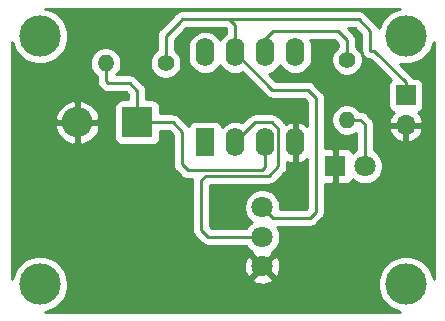
<source format=gbr>
%TF.GenerationSoftware,KiCad,Pcbnew,(5.1.12)-1*%
%TF.CreationDate,2023-08-14T15:24:16+05:30*%
%TF.ProjectId,low battery,6c6f7720-6261-4747-9465-72792e6b6963,rev?*%
%TF.SameCoordinates,Original*%
%TF.FileFunction,Copper,L2,Bot*%
%TF.FilePolarity,Positive*%
%FSLAX46Y46*%
G04 Gerber Fmt 4.6, Leading zero omitted, Abs format (unit mm)*
G04 Created by KiCad (PCBNEW (5.1.12)-1) date 2023-08-14 15:24:16*
%MOMM*%
%LPD*%
G01*
G04 APERTURE LIST*
%TA.AperFunction,ComponentPad*%
%ADD10C,1.800000*%
%TD*%
%TA.AperFunction,ComponentPad*%
%ADD11R,1.800000X1.800000*%
%TD*%
%TA.AperFunction,ComponentPad*%
%ADD12O,1.400000X1.400000*%
%TD*%
%TA.AperFunction,ComponentPad*%
%ADD13C,1.400000*%
%TD*%
%TA.AperFunction,ComponentPad*%
%ADD14O,1.600000X2.400000*%
%TD*%
%TA.AperFunction,ComponentPad*%
%ADD15R,1.600000X2.400000*%
%TD*%
%TA.AperFunction,ComponentPad*%
%ADD16O,2.600000X2.600000*%
%TD*%
%TA.AperFunction,ComponentPad*%
%ADD17R,2.600000X2.600000*%
%TD*%
%TA.AperFunction,ComponentPad*%
%ADD18O,1.700000X1.700000*%
%TD*%
%TA.AperFunction,ComponentPad*%
%ADD19R,1.700000X1.700000*%
%TD*%
%TA.AperFunction,ViaPad*%
%ADD20C,3.500000*%
%TD*%
%TA.AperFunction,Conductor*%
%ADD21C,0.250000*%
%TD*%
%TA.AperFunction,Conductor*%
%ADD22C,0.254000*%
%TD*%
%TA.AperFunction,Conductor*%
%ADD23C,0.100000*%
%TD*%
G04 APERTURE END LIST*
D10*
%TO.P,VR1,1*%
%TO.N,Net-(6V1-Pad1)*%
X119825000Y-87500000D03*
%TO.P,VR1,2*%
%TO.N,Net-(IC1-Pad2)*%
X119825000Y-90000000D03*
%TO.P,VR1,3*%
%TO.N,Earth*%
X119825000Y-92500000D03*
%TD*%
%TO.P,Red1,2*%
%TO.N,Net-(R2-Pad2)*%
X128540000Y-84000000D03*
D11*
%TO.P,Red1,1*%
%TO.N,Earth*%
X126000000Y-84000000D03*
%TD*%
D12*
%TO.P,R2,2*%
%TO.N,Net-(R2-Pad2)*%
X127000000Y-80080000D03*
D13*
%TO.P,R2,1*%
%TO.N,Net-(IC1-Pad6)*%
X127000000Y-75000000D03*
%TD*%
D12*
%TO.P,R1,2*%
%TO.N,Net-(D1-Pad1)*%
X106570000Y-75275000D03*
D13*
%TO.P,R1,1*%
%TO.N,Net-(6V1-Pad1)*%
X111650000Y-75275000D03*
%TD*%
D14*
%TO.P,IC1,8*%
%TO.N,Net-(IC1-Pad8)*%
X115000000Y-74380000D03*
%TO.P,IC1,4*%
%TO.N,Earth*%
X122620000Y-82000000D03*
%TO.P,IC1,7*%
%TO.N,Net-(6V1-Pad1)*%
X117540000Y-74380000D03*
%TO.P,IC1,3*%
%TO.N,Net-(D1-Pad1)*%
X120080000Y-82000000D03*
%TO.P,IC1,6*%
%TO.N,Net-(IC1-Pad6)*%
X120080000Y-74380000D03*
%TO.P,IC1,2*%
%TO.N,Net-(IC1-Pad2)*%
X117540000Y-82000000D03*
%TO.P,IC1,5*%
%TO.N,Net-(IC1-Pad5)*%
X122620000Y-74380000D03*
D15*
%TO.P,IC1,1*%
%TO.N,Net-(IC1-Pad1)*%
X115000000Y-82000000D03*
%TD*%
D16*
%TO.P,D1,2*%
%TO.N,Earth*%
X104170000Y-80300000D03*
D17*
%TO.P,D1,1*%
%TO.N,Net-(D1-Pad1)*%
X109250000Y-80300000D03*
%TD*%
D18*
%TO.P,6V1,2*%
%TO.N,Earth*%
X132000000Y-80540000D03*
D19*
%TO.P,6V1,1*%
%TO.N,Net-(6V1-Pad1)*%
X132000000Y-78000000D03*
%TD*%
D20*
%TO.N,*%
X101000000Y-73000000D03*
X101000000Y-94000000D03*
X132000000Y-94000000D03*
X132000000Y-73000000D03*
%TD*%
D21*
%TO.N,Net-(6V1-Pad1)*%
X111650000Y-75275000D02*
X111650000Y-72975000D01*
X111650000Y-72975000D02*
X112775000Y-71850000D01*
X113050000Y-71575000D02*
X112775000Y-71850000D01*
X117540000Y-72065000D02*
X117540000Y-74380000D01*
X117050000Y-71575000D02*
X117540000Y-72065000D01*
X113050000Y-71575000D02*
X117050000Y-71575000D01*
X120724999Y-88399999D02*
X119825000Y-87500000D01*
X117540000Y-74380000D02*
X120685000Y-77525000D01*
X120685000Y-77525000D02*
X123675000Y-77525000D01*
X123675000Y-77525000D02*
X124400000Y-78250000D01*
X123850000Y-88400000D02*
X120724999Y-88399999D01*
X124400000Y-87850000D02*
X123850000Y-88400000D01*
X124400000Y-78250000D02*
X124400000Y-87850000D01*
X129325000Y-74225000D02*
X132000000Y-76900000D01*
X129000000Y-74225000D02*
X129325000Y-74225000D01*
X129000000Y-72575000D02*
X129000000Y-74225000D01*
X128000000Y-71575000D02*
X129000000Y-72575000D01*
X132000000Y-76900000D02*
X132000000Y-78000000D01*
X113050000Y-71575000D02*
X128000000Y-71575000D01*
%TO.N,Net-(D1-Pad1)*%
X109250000Y-80300000D02*
X109250000Y-77625000D01*
X109250000Y-77625000D02*
X108625000Y-77000000D01*
X108625000Y-77000000D02*
X106775000Y-77000000D01*
X106570000Y-76795000D02*
X106570000Y-75275000D01*
X106775000Y-77000000D02*
X106570000Y-76795000D01*
X109250000Y-80300000D02*
X112250000Y-80300000D01*
X112250000Y-80300000D02*
X113025000Y-81075000D01*
X113025000Y-81075000D02*
X113025000Y-83850000D01*
X113025000Y-83850000D02*
X113525000Y-84350000D01*
X113525000Y-84350000D02*
X119775000Y-84350000D01*
X120080000Y-84045000D02*
X120080000Y-82000000D01*
X119775000Y-84350000D02*
X120080000Y-84045000D01*
%TO.N,Net-(IC1-Pad6)*%
X120080000Y-74380000D02*
X120080000Y-73245000D01*
X120080000Y-73245000D02*
X120750000Y-72575000D01*
X120750000Y-72575000D02*
X126250000Y-72575000D01*
X127000000Y-73325000D02*
X127000000Y-75000000D01*
X126250000Y-72575000D02*
X127000000Y-73325000D01*
%TO.N,Net-(IC1-Pad2)*%
X115250000Y-90000000D02*
X119825000Y-90000000D01*
X114675000Y-89425000D02*
X115250000Y-90000000D01*
X114675000Y-85175000D02*
X114675000Y-89425000D01*
X115049990Y-84800010D02*
X114675000Y-85175000D01*
X120424990Y-84800010D02*
X115049990Y-84800010D01*
X121205010Y-84019990D02*
X120424990Y-84800010D01*
X121205010Y-80844026D02*
X121205010Y-84019990D01*
X120660984Y-80300000D02*
X121205010Y-80844026D01*
X119240000Y-80300000D02*
X120660984Y-80300000D01*
X117540000Y-82000000D02*
X119240000Y-80300000D01*
%TO.N,Net-(R2-Pad2)*%
X128155000Y-80080000D02*
X127000000Y-80080000D01*
X128540000Y-80465000D02*
X128155000Y-80080000D01*
X128540000Y-84000000D02*
X128540000Y-80465000D01*
%TD*%
D22*
%TO.N,Earth*%
X131304321Y-70706654D02*
X130870279Y-70886440D01*
X130479651Y-71147450D01*
X130147450Y-71479651D01*
X129886440Y-71870279D01*
X129709791Y-72296747D01*
X129705546Y-72282753D01*
X129634974Y-72150724D01*
X129563799Y-72063997D01*
X129540001Y-72034999D01*
X129511003Y-72011201D01*
X128563804Y-71064002D01*
X128540001Y-71034999D01*
X128424276Y-70940026D01*
X128292247Y-70869454D01*
X128148986Y-70825997D01*
X128037333Y-70815000D01*
X128037322Y-70815000D01*
X128000000Y-70811324D01*
X127962678Y-70815000D01*
X117087322Y-70815000D01*
X117050000Y-70811324D01*
X117012678Y-70815000D01*
X113087325Y-70815000D01*
X113050000Y-70811324D01*
X113012675Y-70815000D01*
X113012667Y-70815000D01*
X112901014Y-70825997D01*
X112757753Y-70869454D01*
X112625724Y-70940026D01*
X112509999Y-71034999D01*
X112486196Y-71064003D01*
X112264003Y-71286196D01*
X112263997Y-71286201D01*
X111138998Y-72411201D01*
X111110000Y-72434999D01*
X111086202Y-72463997D01*
X111086201Y-72463998D01*
X111015026Y-72550724D01*
X110944454Y-72682754D01*
X110931947Y-72723986D01*
X110904642Y-72814003D01*
X110900998Y-72826015D01*
X110886324Y-72975000D01*
X110890001Y-73012332D01*
X110890000Y-74177225D01*
X110798987Y-74238038D01*
X110613038Y-74423987D01*
X110466939Y-74642641D01*
X110366304Y-74885595D01*
X110315000Y-75143514D01*
X110315000Y-75406486D01*
X110366304Y-75664405D01*
X110466939Y-75907359D01*
X110613038Y-76126013D01*
X110798987Y-76311962D01*
X111017641Y-76458061D01*
X111260595Y-76558696D01*
X111518514Y-76610000D01*
X111781486Y-76610000D01*
X112039405Y-76558696D01*
X112282359Y-76458061D01*
X112501013Y-76311962D01*
X112686962Y-76126013D01*
X112833061Y-75907359D01*
X112933696Y-75664405D01*
X112985000Y-75406486D01*
X112985000Y-75143514D01*
X112933696Y-74885595D01*
X112833061Y-74642641D01*
X112686962Y-74423987D01*
X112501013Y-74238038D01*
X112410000Y-74177225D01*
X112410000Y-73289801D01*
X113338799Y-72361003D01*
X113338804Y-72360997D01*
X113364801Y-72335000D01*
X116735199Y-72335000D01*
X116780000Y-72379801D01*
X116780000Y-72759099D01*
X116738899Y-72781068D01*
X116520392Y-72960393D01*
X116341068Y-73178900D01*
X116270000Y-73311858D01*
X116198932Y-73178899D01*
X116019607Y-72960392D01*
X115801100Y-72781068D01*
X115551807Y-72647818D01*
X115281308Y-72565764D01*
X115000000Y-72538057D01*
X114718691Y-72565764D01*
X114448192Y-72647818D01*
X114198899Y-72781068D01*
X113980392Y-72960393D01*
X113801068Y-73178900D01*
X113667818Y-73428193D01*
X113585764Y-73698692D01*
X113565000Y-73909509D01*
X113565000Y-74850492D01*
X113585764Y-75061309D01*
X113667818Y-75331808D01*
X113801068Y-75581101D01*
X113980393Y-75799608D01*
X114198900Y-75978932D01*
X114448193Y-76112182D01*
X114718692Y-76194236D01*
X115000000Y-76221943D01*
X115281309Y-76194236D01*
X115551808Y-76112182D01*
X115801101Y-75978932D01*
X116019608Y-75799608D01*
X116198932Y-75581101D01*
X116270000Y-75448142D01*
X116341068Y-75581101D01*
X116520393Y-75799608D01*
X116738900Y-75978932D01*
X116988193Y-76112182D01*
X117258692Y-76194236D01*
X117540000Y-76221943D01*
X117821309Y-76194236D01*
X118091808Y-76112182D01*
X118160607Y-76075408D01*
X120121200Y-78036002D01*
X120144999Y-78065001D01*
X120260724Y-78159974D01*
X120392753Y-78230546D01*
X120536014Y-78274003D01*
X120647667Y-78285000D01*
X120647675Y-78285000D01*
X120685000Y-78288676D01*
X120722325Y-78285000D01*
X123360199Y-78285000D01*
X123640000Y-78564802D01*
X123640000Y-80592508D01*
X123544895Y-80495500D01*
X123311646Y-80336285D01*
X123051818Y-80225633D01*
X122969039Y-80208096D01*
X122747000Y-80330085D01*
X122747000Y-81873000D01*
X122767000Y-81873000D01*
X122767000Y-82127000D01*
X122747000Y-82127000D01*
X122747000Y-83669915D01*
X122969039Y-83791904D01*
X123051818Y-83774367D01*
X123311646Y-83663715D01*
X123544895Y-83504500D01*
X123640001Y-83407492D01*
X123640001Y-87535197D01*
X123535197Y-87640001D01*
X121360000Y-87639999D01*
X121360000Y-87348816D01*
X121301011Y-87052257D01*
X121185299Y-86772905D01*
X121017312Y-86521495D01*
X120803505Y-86307688D01*
X120552095Y-86139701D01*
X120272743Y-86023989D01*
X119976184Y-85965000D01*
X119673816Y-85965000D01*
X119377257Y-86023989D01*
X119097905Y-86139701D01*
X118846495Y-86307688D01*
X118632688Y-86521495D01*
X118464701Y-86772905D01*
X118348989Y-87052257D01*
X118290000Y-87348816D01*
X118290000Y-87651184D01*
X118348989Y-87947743D01*
X118464701Y-88227095D01*
X118632688Y-88478505D01*
X118846495Y-88692312D01*
X118932831Y-88750000D01*
X118846495Y-88807688D01*
X118632688Y-89021495D01*
X118486687Y-89240000D01*
X115564802Y-89240000D01*
X115435000Y-89110199D01*
X115435000Y-85560010D01*
X120387668Y-85560010D01*
X120424990Y-85563686D01*
X120462312Y-85560010D01*
X120462323Y-85560010D01*
X120573976Y-85549013D01*
X120717237Y-85505556D01*
X120849266Y-85434984D01*
X120964991Y-85340011D01*
X120988793Y-85311008D01*
X121716012Y-84583789D01*
X121745011Y-84559991D01*
X121839984Y-84444266D01*
X121910556Y-84312237D01*
X121954013Y-84168976D01*
X121965010Y-84057323D01*
X121965010Y-84057313D01*
X121968686Y-84019990D01*
X121965010Y-83982667D01*
X121965010Y-83679326D01*
X122188182Y-83774367D01*
X122270961Y-83791904D01*
X122493000Y-83669915D01*
X122493000Y-82127000D01*
X122473000Y-82127000D01*
X122473000Y-81873000D01*
X122493000Y-81873000D01*
X122493000Y-80330085D01*
X122270961Y-80208096D01*
X122188182Y-80225633D01*
X121928354Y-80336285D01*
X121827810Y-80404916D01*
X121768809Y-80333023D01*
X121745011Y-80304025D01*
X121716013Y-80280228D01*
X121224787Y-79789002D01*
X121200985Y-79759999D01*
X121085260Y-79665026D01*
X120953231Y-79594454D01*
X120809970Y-79550997D01*
X120698317Y-79540000D01*
X120698306Y-79540000D01*
X120660984Y-79536324D01*
X120623662Y-79540000D01*
X119277322Y-79540000D01*
X119239999Y-79536324D01*
X119202676Y-79540000D01*
X119202667Y-79540000D01*
X119091014Y-79550997D01*
X118947753Y-79594454D01*
X118815723Y-79665026D01*
X118732083Y-79733668D01*
X118699999Y-79759999D01*
X118676201Y-79788997D01*
X118160606Y-80304592D01*
X118091807Y-80267818D01*
X117821308Y-80185764D01*
X117540000Y-80158057D01*
X117258691Y-80185764D01*
X116988192Y-80267818D01*
X116738899Y-80401068D01*
X116520392Y-80580393D01*
X116427581Y-80693483D01*
X116425812Y-80675518D01*
X116389502Y-80555820D01*
X116330537Y-80445506D01*
X116251185Y-80348815D01*
X116154494Y-80269463D01*
X116044180Y-80210498D01*
X115924482Y-80174188D01*
X115800000Y-80161928D01*
X114200000Y-80161928D01*
X114075518Y-80174188D01*
X113955820Y-80210498D01*
X113845506Y-80269463D01*
X113748815Y-80348815D01*
X113669463Y-80445506D01*
X113610498Y-80555820D01*
X113602831Y-80581095D01*
X113588799Y-80563997D01*
X113565001Y-80534999D01*
X113536004Y-80511202D01*
X112813803Y-79789002D01*
X112790001Y-79759999D01*
X112674276Y-79665026D01*
X112542247Y-79594454D01*
X112398986Y-79550997D01*
X112287333Y-79540000D01*
X112287322Y-79540000D01*
X112250000Y-79536324D01*
X112212678Y-79540000D01*
X111188072Y-79540000D01*
X111188072Y-79000000D01*
X111175812Y-78875518D01*
X111139502Y-78755820D01*
X111080537Y-78645506D01*
X111001185Y-78548815D01*
X110904494Y-78469463D01*
X110794180Y-78410498D01*
X110674482Y-78374188D01*
X110550000Y-78361928D01*
X110010000Y-78361928D01*
X110010000Y-77662322D01*
X110013676Y-77624999D01*
X110010000Y-77587676D01*
X110010000Y-77587667D01*
X109999003Y-77476014D01*
X109955546Y-77332753D01*
X109884974Y-77200724D01*
X109842513Y-77148985D01*
X109813799Y-77113996D01*
X109813795Y-77113992D01*
X109790001Y-77084999D01*
X109761008Y-77061205D01*
X109188803Y-76489002D01*
X109165001Y-76459999D01*
X109049276Y-76365026D01*
X108917247Y-76294454D01*
X108773986Y-76250997D01*
X108662333Y-76240000D01*
X108662322Y-76240000D01*
X108625000Y-76236324D01*
X108587678Y-76240000D01*
X107492975Y-76240000D01*
X107606962Y-76126013D01*
X107753061Y-75907359D01*
X107853696Y-75664405D01*
X107905000Y-75406486D01*
X107905000Y-75143514D01*
X107853696Y-74885595D01*
X107753061Y-74642641D01*
X107606962Y-74423987D01*
X107421013Y-74238038D01*
X107202359Y-74091939D01*
X106959405Y-73991304D01*
X106701486Y-73940000D01*
X106438514Y-73940000D01*
X106180595Y-73991304D01*
X105937641Y-74091939D01*
X105718987Y-74238038D01*
X105533038Y-74423987D01*
X105386939Y-74642641D01*
X105286304Y-74885595D01*
X105235000Y-75143514D01*
X105235000Y-75406486D01*
X105286304Y-75664405D01*
X105386939Y-75907359D01*
X105533038Y-76126013D01*
X105718987Y-76311962D01*
X105810000Y-76372775D01*
X105810000Y-76757677D01*
X105806324Y-76795000D01*
X105810000Y-76832322D01*
X105810000Y-76832332D01*
X105820997Y-76943985D01*
X105852848Y-77048985D01*
X105864454Y-77087246D01*
X105935026Y-77219276D01*
X105974871Y-77267826D01*
X106029999Y-77335001D01*
X106059003Y-77358804D01*
X106211196Y-77510997D01*
X106234999Y-77540001D01*
X106350724Y-77634974D01*
X106482753Y-77705546D01*
X106626014Y-77749003D01*
X106737667Y-77760000D01*
X106737675Y-77760000D01*
X106775000Y-77763676D01*
X106812325Y-77760000D01*
X108310198Y-77760000D01*
X108490001Y-77939803D01*
X108490001Y-78361928D01*
X107950000Y-78361928D01*
X107825518Y-78374188D01*
X107705820Y-78410498D01*
X107595506Y-78469463D01*
X107498815Y-78548815D01*
X107419463Y-78645506D01*
X107360498Y-78755820D01*
X107324188Y-78875518D01*
X107311928Y-79000000D01*
X107311928Y-81600000D01*
X107324188Y-81724482D01*
X107360498Y-81844180D01*
X107419463Y-81954494D01*
X107498815Y-82051185D01*
X107595506Y-82130537D01*
X107705820Y-82189502D01*
X107825518Y-82225812D01*
X107950000Y-82238072D01*
X110550000Y-82238072D01*
X110674482Y-82225812D01*
X110794180Y-82189502D01*
X110904494Y-82130537D01*
X111001185Y-82051185D01*
X111080537Y-81954494D01*
X111139502Y-81844180D01*
X111175812Y-81724482D01*
X111188072Y-81600000D01*
X111188072Y-81060000D01*
X111935199Y-81060000D01*
X112265000Y-81389802D01*
X112265001Y-83812668D01*
X112261324Y-83850000D01*
X112265001Y-83887333D01*
X112275998Y-83998986D01*
X112287327Y-84036334D01*
X112319454Y-84142246D01*
X112390026Y-84274276D01*
X112441705Y-84337246D01*
X112485000Y-84390001D01*
X112513998Y-84413799D01*
X112961196Y-84860997D01*
X112984999Y-84890001D01*
X113100724Y-84984974D01*
X113232753Y-85055546D01*
X113376014Y-85099003D01*
X113487667Y-85110000D01*
X113487675Y-85110000D01*
X113525000Y-85113676D01*
X113562325Y-85110000D01*
X113917725Y-85110000D01*
X113915000Y-85137668D01*
X113915000Y-85137678D01*
X113911324Y-85175000D01*
X113915000Y-85212323D01*
X113915001Y-89387668D01*
X113911324Y-89425000D01*
X113925998Y-89573985D01*
X113969454Y-89717246D01*
X114040026Y-89849276D01*
X114111201Y-89936002D01*
X114135000Y-89965001D01*
X114163998Y-89988799D01*
X114686200Y-90511002D01*
X114709999Y-90540001D01*
X114825724Y-90634974D01*
X114957753Y-90705546D01*
X115101014Y-90749003D01*
X115212667Y-90760000D01*
X115212675Y-90760000D01*
X115250000Y-90763676D01*
X115287325Y-90760000D01*
X118486687Y-90760000D01*
X118632688Y-90978505D01*
X118846495Y-91192312D01*
X118989310Y-91287738D01*
X118940525Y-91435920D01*
X119825000Y-92320395D01*
X120709475Y-91435920D01*
X120660690Y-91287738D01*
X120803505Y-91192312D01*
X121017312Y-90978505D01*
X121185299Y-90727095D01*
X121301011Y-90447743D01*
X121360000Y-90151184D01*
X121360000Y-89848816D01*
X121301011Y-89552257D01*
X121185299Y-89272905D01*
X121109857Y-89159998D01*
X123812677Y-89160000D01*
X123850000Y-89163676D01*
X123887322Y-89160000D01*
X123887332Y-89160000D01*
X123998985Y-89149003D01*
X124142246Y-89105546D01*
X124142250Y-89105544D01*
X124274276Y-89034974D01*
X124361002Y-88963799D01*
X124361003Y-88963798D01*
X124390000Y-88940001D01*
X124413797Y-88911004D01*
X124911007Y-88413795D01*
X124940001Y-88390001D01*
X124963795Y-88361008D01*
X124963799Y-88361004D01*
X125034973Y-88274277D01*
X125047407Y-88251015D01*
X125105546Y-88142247D01*
X125149003Y-87998986D01*
X125160000Y-87887333D01*
X125160000Y-87887324D01*
X125163676Y-87850001D01*
X125160000Y-87812678D01*
X125160000Y-85537772D01*
X125714250Y-85535000D01*
X125873000Y-85376250D01*
X125873000Y-84127000D01*
X125853000Y-84127000D01*
X125853000Y-83873000D01*
X125873000Y-83873000D01*
X125873000Y-82623750D01*
X125714250Y-82465000D01*
X125160000Y-82462228D01*
X125160000Y-79948514D01*
X125665000Y-79948514D01*
X125665000Y-80211486D01*
X125716304Y-80469405D01*
X125816939Y-80712359D01*
X125963038Y-80931013D01*
X126148987Y-81116962D01*
X126367641Y-81263061D01*
X126610595Y-81363696D01*
X126868514Y-81415000D01*
X127131486Y-81415000D01*
X127389405Y-81363696D01*
X127632359Y-81263061D01*
X127780001Y-81164411D01*
X127780000Y-82661687D01*
X127561495Y-82807688D01*
X127495056Y-82874127D01*
X127489502Y-82855820D01*
X127430537Y-82745506D01*
X127351185Y-82648815D01*
X127254494Y-82569463D01*
X127144180Y-82510498D01*
X127024482Y-82474188D01*
X126900000Y-82461928D01*
X126285750Y-82465000D01*
X126127000Y-82623750D01*
X126127000Y-83873000D01*
X126147000Y-83873000D01*
X126147000Y-84127000D01*
X126127000Y-84127000D01*
X126127000Y-85376250D01*
X126285750Y-85535000D01*
X126900000Y-85538072D01*
X127024482Y-85525812D01*
X127144180Y-85489502D01*
X127254494Y-85430537D01*
X127351185Y-85351185D01*
X127430537Y-85254494D01*
X127489502Y-85144180D01*
X127495056Y-85125873D01*
X127561495Y-85192312D01*
X127812905Y-85360299D01*
X128092257Y-85476011D01*
X128388816Y-85535000D01*
X128691184Y-85535000D01*
X128987743Y-85476011D01*
X129267095Y-85360299D01*
X129518505Y-85192312D01*
X129732312Y-84978505D01*
X129900299Y-84727095D01*
X130016011Y-84447743D01*
X130075000Y-84151184D01*
X130075000Y-83848816D01*
X130016011Y-83552257D01*
X129900299Y-83272905D01*
X129732312Y-83021495D01*
X129518505Y-82807688D01*
X129300000Y-82661687D01*
X129300000Y-80896890D01*
X130558524Y-80896890D01*
X130603175Y-81044099D01*
X130728359Y-81306920D01*
X130902412Y-81540269D01*
X131118645Y-81735178D01*
X131368748Y-81884157D01*
X131643109Y-81981481D01*
X131873000Y-81860814D01*
X131873000Y-80667000D01*
X132127000Y-80667000D01*
X132127000Y-81860814D01*
X132356891Y-81981481D01*
X132631252Y-81884157D01*
X132881355Y-81735178D01*
X133097588Y-81540269D01*
X133271641Y-81306920D01*
X133396825Y-81044099D01*
X133441476Y-80896890D01*
X133320155Y-80667000D01*
X132127000Y-80667000D01*
X131873000Y-80667000D01*
X130679845Y-80667000D01*
X130558524Y-80896890D01*
X129300000Y-80896890D01*
X129300000Y-80502322D01*
X129303676Y-80464999D01*
X129300000Y-80427676D01*
X129300000Y-80427667D01*
X129289003Y-80316014D01*
X129245546Y-80172753D01*
X129174974Y-80040724D01*
X129080001Y-79924999D01*
X129050997Y-79901196D01*
X128718804Y-79569003D01*
X128695001Y-79539999D01*
X128579276Y-79445026D01*
X128447247Y-79374454D01*
X128303986Y-79330997D01*
X128192333Y-79320000D01*
X128192322Y-79320000D01*
X128155000Y-79316324D01*
X128117678Y-79320000D01*
X128097775Y-79320000D01*
X128036962Y-79228987D01*
X127851013Y-79043038D01*
X127632359Y-78896939D01*
X127389405Y-78796304D01*
X127131486Y-78745000D01*
X126868514Y-78745000D01*
X126610595Y-78796304D01*
X126367641Y-78896939D01*
X126148987Y-79043038D01*
X125963038Y-79228987D01*
X125816939Y-79447641D01*
X125716304Y-79690595D01*
X125665000Y-79948514D01*
X125160000Y-79948514D01*
X125160000Y-78287323D01*
X125163676Y-78250000D01*
X125160000Y-78212677D01*
X125160000Y-78212667D01*
X125149003Y-78101014D01*
X125105546Y-77957753D01*
X125034974Y-77825724D01*
X124940001Y-77709999D01*
X124911004Y-77686202D01*
X124238803Y-77014002D01*
X124215001Y-76984999D01*
X124099276Y-76890026D01*
X123967247Y-76819454D01*
X123823986Y-76775997D01*
X123712333Y-76765000D01*
X123712322Y-76765000D01*
X123675000Y-76761324D01*
X123637678Y-76765000D01*
X120999802Y-76765000D01*
X120413274Y-76178473D01*
X120631808Y-76112182D01*
X120881101Y-75978932D01*
X121099608Y-75799608D01*
X121278932Y-75581101D01*
X121350000Y-75448142D01*
X121421068Y-75581101D01*
X121600393Y-75799608D01*
X121818900Y-75978932D01*
X122068193Y-76112182D01*
X122338692Y-76194236D01*
X122620000Y-76221943D01*
X122901309Y-76194236D01*
X123171808Y-76112182D01*
X123421101Y-75978932D01*
X123639608Y-75799608D01*
X123818932Y-75581101D01*
X123952182Y-75331808D01*
X124034236Y-75061309D01*
X124055000Y-74850491D01*
X124055000Y-73909508D01*
X124034236Y-73698691D01*
X123952182Y-73428192D01*
X123902370Y-73335000D01*
X125935199Y-73335000D01*
X126240000Y-73639802D01*
X126240000Y-73902225D01*
X126148987Y-73963038D01*
X125963038Y-74148987D01*
X125816939Y-74367641D01*
X125716304Y-74610595D01*
X125665000Y-74868514D01*
X125665000Y-75131486D01*
X125716304Y-75389405D01*
X125816939Y-75632359D01*
X125963038Y-75851013D01*
X126148987Y-76036962D01*
X126367641Y-76183061D01*
X126610595Y-76283696D01*
X126868514Y-76335000D01*
X127131486Y-76335000D01*
X127389405Y-76283696D01*
X127632359Y-76183061D01*
X127851013Y-76036962D01*
X128036962Y-75851013D01*
X128183061Y-75632359D01*
X128283696Y-75389405D01*
X128335000Y-75131486D01*
X128335000Y-74868514D01*
X128283696Y-74610595D01*
X128183061Y-74367641D01*
X128036962Y-74148987D01*
X127851013Y-73963038D01*
X127760000Y-73902225D01*
X127760000Y-73362322D01*
X127763676Y-73324999D01*
X127760000Y-73287676D01*
X127760000Y-73287667D01*
X127749003Y-73176014D01*
X127705546Y-73032753D01*
X127634974Y-72900724D01*
X127540001Y-72784999D01*
X127511004Y-72761202D01*
X127084801Y-72335000D01*
X127685199Y-72335000D01*
X128240000Y-72889802D01*
X128240001Y-74187657D01*
X128236323Y-74225000D01*
X128250997Y-74373986D01*
X128294454Y-74517247D01*
X128365026Y-74649276D01*
X128459999Y-74765001D01*
X128575724Y-74859974D01*
X128707753Y-74930546D01*
X128851014Y-74974003D01*
X128962667Y-74985000D01*
X129000000Y-74988677D01*
X129012632Y-74987433D01*
X130712655Y-76687457D01*
X130698815Y-76698815D01*
X130619463Y-76795506D01*
X130560498Y-76905820D01*
X130524188Y-77025518D01*
X130511928Y-77150000D01*
X130511928Y-78850000D01*
X130524188Y-78974482D01*
X130560498Y-79094180D01*
X130619463Y-79204494D01*
X130698815Y-79301185D01*
X130795506Y-79380537D01*
X130905820Y-79439502D01*
X130986466Y-79463966D01*
X130902412Y-79539731D01*
X130728359Y-79773080D01*
X130603175Y-80035901D01*
X130558524Y-80183110D01*
X130679845Y-80413000D01*
X131873000Y-80413000D01*
X131873000Y-80393000D01*
X132127000Y-80393000D01*
X132127000Y-80413000D01*
X133320155Y-80413000D01*
X133441476Y-80183110D01*
X133396825Y-80035901D01*
X133271641Y-79773080D01*
X133097588Y-79539731D01*
X133013534Y-79463966D01*
X133094180Y-79439502D01*
X133204494Y-79380537D01*
X133301185Y-79301185D01*
X133380537Y-79204494D01*
X133439502Y-79094180D01*
X133475812Y-78974482D01*
X133488072Y-78850000D01*
X133488072Y-77150000D01*
X133475812Y-77025518D01*
X133439502Y-76905820D01*
X133380537Y-76795506D01*
X133301185Y-76698815D01*
X133204494Y-76619463D01*
X133094180Y-76560498D01*
X132974482Y-76524188D01*
X132850000Y-76511928D01*
X132654326Y-76511928D01*
X132634974Y-76475724D01*
X132540001Y-76359999D01*
X132511004Y-76336202D01*
X131508826Y-75334024D01*
X131765098Y-75385000D01*
X132234902Y-75385000D01*
X132695679Y-75293346D01*
X133129721Y-75113560D01*
X133520349Y-74852550D01*
X133852550Y-74520349D01*
X134113560Y-74129721D01*
X134293346Y-73695679D01*
X134340000Y-73461133D01*
X134340001Y-93538871D01*
X134293346Y-93304321D01*
X134113560Y-92870279D01*
X133852550Y-92479651D01*
X133520349Y-92147450D01*
X133129721Y-91886440D01*
X132695679Y-91706654D01*
X132234902Y-91615000D01*
X131765098Y-91615000D01*
X131304321Y-91706654D01*
X130870279Y-91886440D01*
X130479651Y-92147450D01*
X130147450Y-92479651D01*
X129886440Y-92870279D01*
X129706654Y-93304321D01*
X129615000Y-93765098D01*
X129615000Y-94234902D01*
X129706654Y-94695679D01*
X129886440Y-95129721D01*
X130147450Y-95520349D01*
X130479651Y-95852550D01*
X130870279Y-96113560D01*
X131304321Y-96293346D01*
X131538867Y-96340000D01*
X101461133Y-96340000D01*
X101695679Y-96293346D01*
X102129721Y-96113560D01*
X102520349Y-95852550D01*
X102852550Y-95520349D01*
X103113560Y-95129721D01*
X103293346Y-94695679D01*
X103385000Y-94234902D01*
X103385000Y-93765098D01*
X103345016Y-93564080D01*
X118940525Y-93564080D01*
X119024208Y-93818261D01*
X119296775Y-93949158D01*
X119589642Y-94024365D01*
X119891553Y-94040991D01*
X120190907Y-93998397D01*
X120476199Y-93898222D01*
X120625792Y-93818261D01*
X120709475Y-93564080D01*
X119825000Y-92679605D01*
X118940525Y-93564080D01*
X103345016Y-93564080D01*
X103293346Y-93304321D01*
X103113560Y-92870279D01*
X102910617Y-92566553D01*
X118284009Y-92566553D01*
X118326603Y-92865907D01*
X118426778Y-93151199D01*
X118506739Y-93300792D01*
X118760920Y-93384475D01*
X119645395Y-92500000D01*
X120004605Y-92500000D01*
X120889080Y-93384475D01*
X121143261Y-93300792D01*
X121274158Y-93028225D01*
X121349365Y-92735358D01*
X121365991Y-92433447D01*
X121323397Y-92134093D01*
X121223222Y-91848801D01*
X121143261Y-91699208D01*
X120889080Y-91615525D01*
X120004605Y-92500000D01*
X119645395Y-92500000D01*
X118760920Y-91615525D01*
X118506739Y-91699208D01*
X118375842Y-91971775D01*
X118300635Y-92264642D01*
X118284009Y-92566553D01*
X102910617Y-92566553D01*
X102852550Y-92479651D01*
X102520349Y-92147450D01*
X102129721Y-91886440D01*
X101695679Y-91706654D01*
X101234902Y-91615000D01*
X100765098Y-91615000D01*
X100304321Y-91706654D01*
X99870279Y-91886440D01*
X99479651Y-92147450D01*
X99147450Y-92479651D01*
X98886440Y-92870279D01*
X98706654Y-93304321D01*
X98660000Y-93538867D01*
X98660000Y-80727484D01*
X102282811Y-80727484D01*
X102363358Y-80993028D01*
X102533275Y-81332170D01*
X102766091Y-81631646D01*
X103052858Y-81879948D01*
X103382556Y-82067533D01*
X103742515Y-82187193D01*
X104043000Y-82072082D01*
X104043000Y-80427000D01*
X104297000Y-80427000D01*
X104297000Y-82072082D01*
X104597485Y-82187193D01*
X104957444Y-82067533D01*
X105287142Y-81879948D01*
X105573909Y-81631646D01*
X105806725Y-81332170D01*
X105976642Y-80993028D01*
X106057189Y-80727484D01*
X105941704Y-80427000D01*
X104297000Y-80427000D01*
X104043000Y-80427000D01*
X102398296Y-80427000D01*
X102282811Y-80727484D01*
X98660000Y-80727484D01*
X98660000Y-79872516D01*
X102282811Y-79872516D01*
X102398296Y-80173000D01*
X104043000Y-80173000D01*
X104043000Y-78527918D01*
X104297000Y-78527918D01*
X104297000Y-80173000D01*
X105941704Y-80173000D01*
X106057189Y-79872516D01*
X105976642Y-79606972D01*
X105806725Y-79267830D01*
X105573909Y-78968354D01*
X105287142Y-78720052D01*
X104957444Y-78532467D01*
X104597485Y-78412807D01*
X104297000Y-78527918D01*
X104043000Y-78527918D01*
X103742515Y-78412807D01*
X103382556Y-78532467D01*
X103052858Y-78720052D01*
X102766091Y-78968354D01*
X102533275Y-79267830D01*
X102363358Y-79606972D01*
X102282811Y-79872516D01*
X98660000Y-79872516D01*
X98660000Y-73461133D01*
X98706654Y-73695679D01*
X98886440Y-74129721D01*
X99147450Y-74520349D01*
X99479651Y-74852550D01*
X99870279Y-75113560D01*
X100304321Y-75293346D01*
X100765098Y-75385000D01*
X101234902Y-75385000D01*
X101695679Y-75293346D01*
X102129721Y-75113560D01*
X102520349Y-74852550D01*
X102852550Y-74520349D01*
X103113560Y-74129721D01*
X103293346Y-73695679D01*
X103385000Y-73234902D01*
X103385000Y-72765098D01*
X103293346Y-72304321D01*
X103113560Y-71870279D01*
X102852550Y-71479651D01*
X102520349Y-71147450D01*
X102129721Y-70886440D01*
X101695679Y-70706654D01*
X101461133Y-70660000D01*
X131538867Y-70660000D01*
X131304321Y-70706654D01*
%TA.AperFunction,Conductor*%
D23*
G36*
X131304321Y-70706654D02*
G01*
X130870279Y-70886440D01*
X130479651Y-71147450D01*
X130147450Y-71479651D01*
X129886440Y-71870279D01*
X129709791Y-72296747D01*
X129705546Y-72282753D01*
X129634974Y-72150724D01*
X129563799Y-72063997D01*
X129540001Y-72034999D01*
X129511003Y-72011201D01*
X128563804Y-71064002D01*
X128540001Y-71034999D01*
X128424276Y-70940026D01*
X128292247Y-70869454D01*
X128148986Y-70825997D01*
X128037333Y-70815000D01*
X128037322Y-70815000D01*
X128000000Y-70811324D01*
X127962678Y-70815000D01*
X117087322Y-70815000D01*
X117050000Y-70811324D01*
X117012678Y-70815000D01*
X113087325Y-70815000D01*
X113050000Y-70811324D01*
X113012675Y-70815000D01*
X113012667Y-70815000D01*
X112901014Y-70825997D01*
X112757753Y-70869454D01*
X112625724Y-70940026D01*
X112509999Y-71034999D01*
X112486196Y-71064003D01*
X112264003Y-71286196D01*
X112263997Y-71286201D01*
X111138998Y-72411201D01*
X111110000Y-72434999D01*
X111086202Y-72463997D01*
X111086201Y-72463998D01*
X111015026Y-72550724D01*
X110944454Y-72682754D01*
X110931947Y-72723986D01*
X110904642Y-72814003D01*
X110900998Y-72826015D01*
X110886324Y-72975000D01*
X110890001Y-73012332D01*
X110890000Y-74177225D01*
X110798987Y-74238038D01*
X110613038Y-74423987D01*
X110466939Y-74642641D01*
X110366304Y-74885595D01*
X110315000Y-75143514D01*
X110315000Y-75406486D01*
X110366304Y-75664405D01*
X110466939Y-75907359D01*
X110613038Y-76126013D01*
X110798987Y-76311962D01*
X111017641Y-76458061D01*
X111260595Y-76558696D01*
X111518514Y-76610000D01*
X111781486Y-76610000D01*
X112039405Y-76558696D01*
X112282359Y-76458061D01*
X112501013Y-76311962D01*
X112686962Y-76126013D01*
X112833061Y-75907359D01*
X112933696Y-75664405D01*
X112985000Y-75406486D01*
X112985000Y-75143514D01*
X112933696Y-74885595D01*
X112833061Y-74642641D01*
X112686962Y-74423987D01*
X112501013Y-74238038D01*
X112410000Y-74177225D01*
X112410000Y-73289801D01*
X113338799Y-72361003D01*
X113338804Y-72360997D01*
X113364801Y-72335000D01*
X116735199Y-72335000D01*
X116780000Y-72379801D01*
X116780000Y-72759099D01*
X116738899Y-72781068D01*
X116520392Y-72960393D01*
X116341068Y-73178900D01*
X116270000Y-73311858D01*
X116198932Y-73178899D01*
X116019607Y-72960392D01*
X115801100Y-72781068D01*
X115551807Y-72647818D01*
X115281308Y-72565764D01*
X115000000Y-72538057D01*
X114718691Y-72565764D01*
X114448192Y-72647818D01*
X114198899Y-72781068D01*
X113980392Y-72960393D01*
X113801068Y-73178900D01*
X113667818Y-73428193D01*
X113585764Y-73698692D01*
X113565000Y-73909509D01*
X113565000Y-74850492D01*
X113585764Y-75061309D01*
X113667818Y-75331808D01*
X113801068Y-75581101D01*
X113980393Y-75799608D01*
X114198900Y-75978932D01*
X114448193Y-76112182D01*
X114718692Y-76194236D01*
X115000000Y-76221943D01*
X115281309Y-76194236D01*
X115551808Y-76112182D01*
X115801101Y-75978932D01*
X116019608Y-75799608D01*
X116198932Y-75581101D01*
X116270000Y-75448142D01*
X116341068Y-75581101D01*
X116520393Y-75799608D01*
X116738900Y-75978932D01*
X116988193Y-76112182D01*
X117258692Y-76194236D01*
X117540000Y-76221943D01*
X117821309Y-76194236D01*
X118091808Y-76112182D01*
X118160607Y-76075408D01*
X120121200Y-78036002D01*
X120144999Y-78065001D01*
X120260724Y-78159974D01*
X120392753Y-78230546D01*
X120536014Y-78274003D01*
X120647667Y-78285000D01*
X120647675Y-78285000D01*
X120685000Y-78288676D01*
X120722325Y-78285000D01*
X123360199Y-78285000D01*
X123640000Y-78564802D01*
X123640000Y-80592508D01*
X123544895Y-80495500D01*
X123311646Y-80336285D01*
X123051818Y-80225633D01*
X122969039Y-80208096D01*
X122747000Y-80330085D01*
X122747000Y-81873000D01*
X122767000Y-81873000D01*
X122767000Y-82127000D01*
X122747000Y-82127000D01*
X122747000Y-83669915D01*
X122969039Y-83791904D01*
X123051818Y-83774367D01*
X123311646Y-83663715D01*
X123544895Y-83504500D01*
X123640001Y-83407492D01*
X123640001Y-87535197D01*
X123535197Y-87640001D01*
X121360000Y-87639999D01*
X121360000Y-87348816D01*
X121301011Y-87052257D01*
X121185299Y-86772905D01*
X121017312Y-86521495D01*
X120803505Y-86307688D01*
X120552095Y-86139701D01*
X120272743Y-86023989D01*
X119976184Y-85965000D01*
X119673816Y-85965000D01*
X119377257Y-86023989D01*
X119097905Y-86139701D01*
X118846495Y-86307688D01*
X118632688Y-86521495D01*
X118464701Y-86772905D01*
X118348989Y-87052257D01*
X118290000Y-87348816D01*
X118290000Y-87651184D01*
X118348989Y-87947743D01*
X118464701Y-88227095D01*
X118632688Y-88478505D01*
X118846495Y-88692312D01*
X118932831Y-88750000D01*
X118846495Y-88807688D01*
X118632688Y-89021495D01*
X118486687Y-89240000D01*
X115564802Y-89240000D01*
X115435000Y-89110199D01*
X115435000Y-85560010D01*
X120387668Y-85560010D01*
X120424990Y-85563686D01*
X120462312Y-85560010D01*
X120462323Y-85560010D01*
X120573976Y-85549013D01*
X120717237Y-85505556D01*
X120849266Y-85434984D01*
X120964991Y-85340011D01*
X120988793Y-85311008D01*
X121716012Y-84583789D01*
X121745011Y-84559991D01*
X121839984Y-84444266D01*
X121910556Y-84312237D01*
X121954013Y-84168976D01*
X121965010Y-84057323D01*
X121965010Y-84057313D01*
X121968686Y-84019990D01*
X121965010Y-83982667D01*
X121965010Y-83679326D01*
X122188182Y-83774367D01*
X122270961Y-83791904D01*
X122493000Y-83669915D01*
X122493000Y-82127000D01*
X122473000Y-82127000D01*
X122473000Y-81873000D01*
X122493000Y-81873000D01*
X122493000Y-80330085D01*
X122270961Y-80208096D01*
X122188182Y-80225633D01*
X121928354Y-80336285D01*
X121827810Y-80404916D01*
X121768809Y-80333023D01*
X121745011Y-80304025D01*
X121716013Y-80280228D01*
X121224787Y-79789002D01*
X121200985Y-79759999D01*
X121085260Y-79665026D01*
X120953231Y-79594454D01*
X120809970Y-79550997D01*
X120698317Y-79540000D01*
X120698306Y-79540000D01*
X120660984Y-79536324D01*
X120623662Y-79540000D01*
X119277322Y-79540000D01*
X119239999Y-79536324D01*
X119202676Y-79540000D01*
X119202667Y-79540000D01*
X119091014Y-79550997D01*
X118947753Y-79594454D01*
X118815723Y-79665026D01*
X118732083Y-79733668D01*
X118699999Y-79759999D01*
X118676201Y-79788997D01*
X118160606Y-80304592D01*
X118091807Y-80267818D01*
X117821308Y-80185764D01*
X117540000Y-80158057D01*
X117258691Y-80185764D01*
X116988192Y-80267818D01*
X116738899Y-80401068D01*
X116520392Y-80580393D01*
X116427581Y-80693483D01*
X116425812Y-80675518D01*
X116389502Y-80555820D01*
X116330537Y-80445506D01*
X116251185Y-80348815D01*
X116154494Y-80269463D01*
X116044180Y-80210498D01*
X115924482Y-80174188D01*
X115800000Y-80161928D01*
X114200000Y-80161928D01*
X114075518Y-80174188D01*
X113955820Y-80210498D01*
X113845506Y-80269463D01*
X113748815Y-80348815D01*
X113669463Y-80445506D01*
X113610498Y-80555820D01*
X113602831Y-80581095D01*
X113588799Y-80563997D01*
X113565001Y-80534999D01*
X113536004Y-80511202D01*
X112813803Y-79789002D01*
X112790001Y-79759999D01*
X112674276Y-79665026D01*
X112542247Y-79594454D01*
X112398986Y-79550997D01*
X112287333Y-79540000D01*
X112287322Y-79540000D01*
X112250000Y-79536324D01*
X112212678Y-79540000D01*
X111188072Y-79540000D01*
X111188072Y-79000000D01*
X111175812Y-78875518D01*
X111139502Y-78755820D01*
X111080537Y-78645506D01*
X111001185Y-78548815D01*
X110904494Y-78469463D01*
X110794180Y-78410498D01*
X110674482Y-78374188D01*
X110550000Y-78361928D01*
X110010000Y-78361928D01*
X110010000Y-77662322D01*
X110013676Y-77624999D01*
X110010000Y-77587676D01*
X110010000Y-77587667D01*
X109999003Y-77476014D01*
X109955546Y-77332753D01*
X109884974Y-77200724D01*
X109842513Y-77148985D01*
X109813799Y-77113996D01*
X109813795Y-77113992D01*
X109790001Y-77084999D01*
X109761008Y-77061205D01*
X109188803Y-76489002D01*
X109165001Y-76459999D01*
X109049276Y-76365026D01*
X108917247Y-76294454D01*
X108773986Y-76250997D01*
X108662333Y-76240000D01*
X108662322Y-76240000D01*
X108625000Y-76236324D01*
X108587678Y-76240000D01*
X107492975Y-76240000D01*
X107606962Y-76126013D01*
X107753061Y-75907359D01*
X107853696Y-75664405D01*
X107905000Y-75406486D01*
X107905000Y-75143514D01*
X107853696Y-74885595D01*
X107753061Y-74642641D01*
X107606962Y-74423987D01*
X107421013Y-74238038D01*
X107202359Y-74091939D01*
X106959405Y-73991304D01*
X106701486Y-73940000D01*
X106438514Y-73940000D01*
X106180595Y-73991304D01*
X105937641Y-74091939D01*
X105718987Y-74238038D01*
X105533038Y-74423987D01*
X105386939Y-74642641D01*
X105286304Y-74885595D01*
X105235000Y-75143514D01*
X105235000Y-75406486D01*
X105286304Y-75664405D01*
X105386939Y-75907359D01*
X105533038Y-76126013D01*
X105718987Y-76311962D01*
X105810000Y-76372775D01*
X105810000Y-76757677D01*
X105806324Y-76795000D01*
X105810000Y-76832322D01*
X105810000Y-76832332D01*
X105820997Y-76943985D01*
X105852848Y-77048985D01*
X105864454Y-77087246D01*
X105935026Y-77219276D01*
X105974871Y-77267826D01*
X106029999Y-77335001D01*
X106059003Y-77358804D01*
X106211196Y-77510997D01*
X106234999Y-77540001D01*
X106350724Y-77634974D01*
X106482753Y-77705546D01*
X106626014Y-77749003D01*
X106737667Y-77760000D01*
X106737675Y-77760000D01*
X106775000Y-77763676D01*
X106812325Y-77760000D01*
X108310198Y-77760000D01*
X108490001Y-77939803D01*
X108490001Y-78361928D01*
X107950000Y-78361928D01*
X107825518Y-78374188D01*
X107705820Y-78410498D01*
X107595506Y-78469463D01*
X107498815Y-78548815D01*
X107419463Y-78645506D01*
X107360498Y-78755820D01*
X107324188Y-78875518D01*
X107311928Y-79000000D01*
X107311928Y-81600000D01*
X107324188Y-81724482D01*
X107360498Y-81844180D01*
X107419463Y-81954494D01*
X107498815Y-82051185D01*
X107595506Y-82130537D01*
X107705820Y-82189502D01*
X107825518Y-82225812D01*
X107950000Y-82238072D01*
X110550000Y-82238072D01*
X110674482Y-82225812D01*
X110794180Y-82189502D01*
X110904494Y-82130537D01*
X111001185Y-82051185D01*
X111080537Y-81954494D01*
X111139502Y-81844180D01*
X111175812Y-81724482D01*
X111188072Y-81600000D01*
X111188072Y-81060000D01*
X111935199Y-81060000D01*
X112265000Y-81389802D01*
X112265001Y-83812668D01*
X112261324Y-83850000D01*
X112265001Y-83887333D01*
X112275998Y-83998986D01*
X112287327Y-84036334D01*
X112319454Y-84142246D01*
X112390026Y-84274276D01*
X112441705Y-84337246D01*
X112485000Y-84390001D01*
X112513998Y-84413799D01*
X112961196Y-84860997D01*
X112984999Y-84890001D01*
X113100724Y-84984974D01*
X113232753Y-85055546D01*
X113376014Y-85099003D01*
X113487667Y-85110000D01*
X113487675Y-85110000D01*
X113525000Y-85113676D01*
X113562325Y-85110000D01*
X113917725Y-85110000D01*
X113915000Y-85137668D01*
X113915000Y-85137678D01*
X113911324Y-85175000D01*
X113915000Y-85212323D01*
X113915001Y-89387668D01*
X113911324Y-89425000D01*
X113925998Y-89573985D01*
X113969454Y-89717246D01*
X114040026Y-89849276D01*
X114111201Y-89936002D01*
X114135000Y-89965001D01*
X114163998Y-89988799D01*
X114686200Y-90511002D01*
X114709999Y-90540001D01*
X114825724Y-90634974D01*
X114957753Y-90705546D01*
X115101014Y-90749003D01*
X115212667Y-90760000D01*
X115212675Y-90760000D01*
X115250000Y-90763676D01*
X115287325Y-90760000D01*
X118486687Y-90760000D01*
X118632688Y-90978505D01*
X118846495Y-91192312D01*
X118989310Y-91287738D01*
X118940525Y-91435920D01*
X119825000Y-92320395D01*
X120709475Y-91435920D01*
X120660690Y-91287738D01*
X120803505Y-91192312D01*
X121017312Y-90978505D01*
X121185299Y-90727095D01*
X121301011Y-90447743D01*
X121360000Y-90151184D01*
X121360000Y-89848816D01*
X121301011Y-89552257D01*
X121185299Y-89272905D01*
X121109857Y-89159998D01*
X123812677Y-89160000D01*
X123850000Y-89163676D01*
X123887322Y-89160000D01*
X123887332Y-89160000D01*
X123998985Y-89149003D01*
X124142246Y-89105546D01*
X124142250Y-89105544D01*
X124274276Y-89034974D01*
X124361002Y-88963799D01*
X124361003Y-88963798D01*
X124390000Y-88940001D01*
X124413797Y-88911004D01*
X124911007Y-88413795D01*
X124940001Y-88390001D01*
X124963795Y-88361008D01*
X124963799Y-88361004D01*
X125034973Y-88274277D01*
X125047407Y-88251015D01*
X125105546Y-88142247D01*
X125149003Y-87998986D01*
X125160000Y-87887333D01*
X125160000Y-87887324D01*
X125163676Y-87850001D01*
X125160000Y-87812678D01*
X125160000Y-85537772D01*
X125714250Y-85535000D01*
X125873000Y-85376250D01*
X125873000Y-84127000D01*
X125853000Y-84127000D01*
X125853000Y-83873000D01*
X125873000Y-83873000D01*
X125873000Y-82623750D01*
X125714250Y-82465000D01*
X125160000Y-82462228D01*
X125160000Y-79948514D01*
X125665000Y-79948514D01*
X125665000Y-80211486D01*
X125716304Y-80469405D01*
X125816939Y-80712359D01*
X125963038Y-80931013D01*
X126148987Y-81116962D01*
X126367641Y-81263061D01*
X126610595Y-81363696D01*
X126868514Y-81415000D01*
X127131486Y-81415000D01*
X127389405Y-81363696D01*
X127632359Y-81263061D01*
X127780001Y-81164411D01*
X127780000Y-82661687D01*
X127561495Y-82807688D01*
X127495056Y-82874127D01*
X127489502Y-82855820D01*
X127430537Y-82745506D01*
X127351185Y-82648815D01*
X127254494Y-82569463D01*
X127144180Y-82510498D01*
X127024482Y-82474188D01*
X126900000Y-82461928D01*
X126285750Y-82465000D01*
X126127000Y-82623750D01*
X126127000Y-83873000D01*
X126147000Y-83873000D01*
X126147000Y-84127000D01*
X126127000Y-84127000D01*
X126127000Y-85376250D01*
X126285750Y-85535000D01*
X126900000Y-85538072D01*
X127024482Y-85525812D01*
X127144180Y-85489502D01*
X127254494Y-85430537D01*
X127351185Y-85351185D01*
X127430537Y-85254494D01*
X127489502Y-85144180D01*
X127495056Y-85125873D01*
X127561495Y-85192312D01*
X127812905Y-85360299D01*
X128092257Y-85476011D01*
X128388816Y-85535000D01*
X128691184Y-85535000D01*
X128987743Y-85476011D01*
X129267095Y-85360299D01*
X129518505Y-85192312D01*
X129732312Y-84978505D01*
X129900299Y-84727095D01*
X130016011Y-84447743D01*
X130075000Y-84151184D01*
X130075000Y-83848816D01*
X130016011Y-83552257D01*
X129900299Y-83272905D01*
X129732312Y-83021495D01*
X129518505Y-82807688D01*
X129300000Y-82661687D01*
X129300000Y-80896890D01*
X130558524Y-80896890D01*
X130603175Y-81044099D01*
X130728359Y-81306920D01*
X130902412Y-81540269D01*
X131118645Y-81735178D01*
X131368748Y-81884157D01*
X131643109Y-81981481D01*
X131873000Y-81860814D01*
X131873000Y-80667000D01*
X132127000Y-80667000D01*
X132127000Y-81860814D01*
X132356891Y-81981481D01*
X132631252Y-81884157D01*
X132881355Y-81735178D01*
X133097588Y-81540269D01*
X133271641Y-81306920D01*
X133396825Y-81044099D01*
X133441476Y-80896890D01*
X133320155Y-80667000D01*
X132127000Y-80667000D01*
X131873000Y-80667000D01*
X130679845Y-80667000D01*
X130558524Y-80896890D01*
X129300000Y-80896890D01*
X129300000Y-80502322D01*
X129303676Y-80464999D01*
X129300000Y-80427676D01*
X129300000Y-80427667D01*
X129289003Y-80316014D01*
X129245546Y-80172753D01*
X129174974Y-80040724D01*
X129080001Y-79924999D01*
X129050997Y-79901196D01*
X128718804Y-79569003D01*
X128695001Y-79539999D01*
X128579276Y-79445026D01*
X128447247Y-79374454D01*
X128303986Y-79330997D01*
X128192333Y-79320000D01*
X128192322Y-79320000D01*
X128155000Y-79316324D01*
X128117678Y-79320000D01*
X128097775Y-79320000D01*
X128036962Y-79228987D01*
X127851013Y-79043038D01*
X127632359Y-78896939D01*
X127389405Y-78796304D01*
X127131486Y-78745000D01*
X126868514Y-78745000D01*
X126610595Y-78796304D01*
X126367641Y-78896939D01*
X126148987Y-79043038D01*
X125963038Y-79228987D01*
X125816939Y-79447641D01*
X125716304Y-79690595D01*
X125665000Y-79948514D01*
X125160000Y-79948514D01*
X125160000Y-78287323D01*
X125163676Y-78250000D01*
X125160000Y-78212677D01*
X125160000Y-78212667D01*
X125149003Y-78101014D01*
X125105546Y-77957753D01*
X125034974Y-77825724D01*
X124940001Y-77709999D01*
X124911004Y-77686202D01*
X124238803Y-77014002D01*
X124215001Y-76984999D01*
X124099276Y-76890026D01*
X123967247Y-76819454D01*
X123823986Y-76775997D01*
X123712333Y-76765000D01*
X123712322Y-76765000D01*
X123675000Y-76761324D01*
X123637678Y-76765000D01*
X120999802Y-76765000D01*
X120413274Y-76178473D01*
X120631808Y-76112182D01*
X120881101Y-75978932D01*
X121099608Y-75799608D01*
X121278932Y-75581101D01*
X121350000Y-75448142D01*
X121421068Y-75581101D01*
X121600393Y-75799608D01*
X121818900Y-75978932D01*
X122068193Y-76112182D01*
X122338692Y-76194236D01*
X122620000Y-76221943D01*
X122901309Y-76194236D01*
X123171808Y-76112182D01*
X123421101Y-75978932D01*
X123639608Y-75799608D01*
X123818932Y-75581101D01*
X123952182Y-75331808D01*
X124034236Y-75061309D01*
X124055000Y-74850491D01*
X124055000Y-73909508D01*
X124034236Y-73698691D01*
X123952182Y-73428192D01*
X123902370Y-73335000D01*
X125935199Y-73335000D01*
X126240000Y-73639802D01*
X126240000Y-73902225D01*
X126148987Y-73963038D01*
X125963038Y-74148987D01*
X125816939Y-74367641D01*
X125716304Y-74610595D01*
X125665000Y-74868514D01*
X125665000Y-75131486D01*
X125716304Y-75389405D01*
X125816939Y-75632359D01*
X125963038Y-75851013D01*
X126148987Y-76036962D01*
X126367641Y-76183061D01*
X126610595Y-76283696D01*
X126868514Y-76335000D01*
X127131486Y-76335000D01*
X127389405Y-76283696D01*
X127632359Y-76183061D01*
X127851013Y-76036962D01*
X128036962Y-75851013D01*
X128183061Y-75632359D01*
X128283696Y-75389405D01*
X128335000Y-75131486D01*
X128335000Y-74868514D01*
X128283696Y-74610595D01*
X128183061Y-74367641D01*
X128036962Y-74148987D01*
X127851013Y-73963038D01*
X127760000Y-73902225D01*
X127760000Y-73362322D01*
X127763676Y-73324999D01*
X127760000Y-73287676D01*
X127760000Y-73287667D01*
X127749003Y-73176014D01*
X127705546Y-73032753D01*
X127634974Y-72900724D01*
X127540001Y-72784999D01*
X127511004Y-72761202D01*
X127084801Y-72335000D01*
X127685199Y-72335000D01*
X128240000Y-72889802D01*
X128240001Y-74187657D01*
X128236323Y-74225000D01*
X128250997Y-74373986D01*
X128294454Y-74517247D01*
X128365026Y-74649276D01*
X128459999Y-74765001D01*
X128575724Y-74859974D01*
X128707753Y-74930546D01*
X128851014Y-74974003D01*
X128962667Y-74985000D01*
X129000000Y-74988677D01*
X129012632Y-74987433D01*
X130712655Y-76687457D01*
X130698815Y-76698815D01*
X130619463Y-76795506D01*
X130560498Y-76905820D01*
X130524188Y-77025518D01*
X130511928Y-77150000D01*
X130511928Y-78850000D01*
X130524188Y-78974482D01*
X130560498Y-79094180D01*
X130619463Y-79204494D01*
X130698815Y-79301185D01*
X130795506Y-79380537D01*
X130905820Y-79439502D01*
X130986466Y-79463966D01*
X130902412Y-79539731D01*
X130728359Y-79773080D01*
X130603175Y-80035901D01*
X130558524Y-80183110D01*
X130679845Y-80413000D01*
X131873000Y-80413000D01*
X131873000Y-80393000D01*
X132127000Y-80393000D01*
X132127000Y-80413000D01*
X133320155Y-80413000D01*
X133441476Y-80183110D01*
X133396825Y-80035901D01*
X133271641Y-79773080D01*
X133097588Y-79539731D01*
X133013534Y-79463966D01*
X133094180Y-79439502D01*
X133204494Y-79380537D01*
X133301185Y-79301185D01*
X133380537Y-79204494D01*
X133439502Y-79094180D01*
X133475812Y-78974482D01*
X133488072Y-78850000D01*
X133488072Y-77150000D01*
X133475812Y-77025518D01*
X133439502Y-76905820D01*
X133380537Y-76795506D01*
X133301185Y-76698815D01*
X133204494Y-76619463D01*
X133094180Y-76560498D01*
X132974482Y-76524188D01*
X132850000Y-76511928D01*
X132654326Y-76511928D01*
X132634974Y-76475724D01*
X132540001Y-76359999D01*
X132511004Y-76336202D01*
X131508826Y-75334024D01*
X131765098Y-75385000D01*
X132234902Y-75385000D01*
X132695679Y-75293346D01*
X133129721Y-75113560D01*
X133520349Y-74852550D01*
X133852550Y-74520349D01*
X134113560Y-74129721D01*
X134293346Y-73695679D01*
X134340000Y-73461133D01*
X134340001Y-93538871D01*
X134293346Y-93304321D01*
X134113560Y-92870279D01*
X133852550Y-92479651D01*
X133520349Y-92147450D01*
X133129721Y-91886440D01*
X132695679Y-91706654D01*
X132234902Y-91615000D01*
X131765098Y-91615000D01*
X131304321Y-91706654D01*
X130870279Y-91886440D01*
X130479651Y-92147450D01*
X130147450Y-92479651D01*
X129886440Y-92870279D01*
X129706654Y-93304321D01*
X129615000Y-93765098D01*
X129615000Y-94234902D01*
X129706654Y-94695679D01*
X129886440Y-95129721D01*
X130147450Y-95520349D01*
X130479651Y-95852550D01*
X130870279Y-96113560D01*
X131304321Y-96293346D01*
X131538867Y-96340000D01*
X101461133Y-96340000D01*
X101695679Y-96293346D01*
X102129721Y-96113560D01*
X102520349Y-95852550D01*
X102852550Y-95520349D01*
X103113560Y-95129721D01*
X103293346Y-94695679D01*
X103385000Y-94234902D01*
X103385000Y-93765098D01*
X103345016Y-93564080D01*
X118940525Y-93564080D01*
X119024208Y-93818261D01*
X119296775Y-93949158D01*
X119589642Y-94024365D01*
X119891553Y-94040991D01*
X120190907Y-93998397D01*
X120476199Y-93898222D01*
X120625792Y-93818261D01*
X120709475Y-93564080D01*
X119825000Y-92679605D01*
X118940525Y-93564080D01*
X103345016Y-93564080D01*
X103293346Y-93304321D01*
X103113560Y-92870279D01*
X102910617Y-92566553D01*
X118284009Y-92566553D01*
X118326603Y-92865907D01*
X118426778Y-93151199D01*
X118506739Y-93300792D01*
X118760920Y-93384475D01*
X119645395Y-92500000D01*
X120004605Y-92500000D01*
X120889080Y-93384475D01*
X121143261Y-93300792D01*
X121274158Y-93028225D01*
X121349365Y-92735358D01*
X121365991Y-92433447D01*
X121323397Y-92134093D01*
X121223222Y-91848801D01*
X121143261Y-91699208D01*
X120889080Y-91615525D01*
X120004605Y-92500000D01*
X119645395Y-92500000D01*
X118760920Y-91615525D01*
X118506739Y-91699208D01*
X118375842Y-91971775D01*
X118300635Y-92264642D01*
X118284009Y-92566553D01*
X102910617Y-92566553D01*
X102852550Y-92479651D01*
X102520349Y-92147450D01*
X102129721Y-91886440D01*
X101695679Y-91706654D01*
X101234902Y-91615000D01*
X100765098Y-91615000D01*
X100304321Y-91706654D01*
X99870279Y-91886440D01*
X99479651Y-92147450D01*
X99147450Y-92479651D01*
X98886440Y-92870279D01*
X98706654Y-93304321D01*
X98660000Y-93538867D01*
X98660000Y-80727484D01*
X102282811Y-80727484D01*
X102363358Y-80993028D01*
X102533275Y-81332170D01*
X102766091Y-81631646D01*
X103052858Y-81879948D01*
X103382556Y-82067533D01*
X103742515Y-82187193D01*
X104043000Y-82072082D01*
X104043000Y-80427000D01*
X104297000Y-80427000D01*
X104297000Y-82072082D01*
X104597485Y-82187193D01*
X104957444Y-82067533D01*
X105287142Y-81879948D01*
X105573909Y-81631646D01*
X105806725Y-81332170D01*
X105976642Y-80993028D01*
X106057189Y-80727484D01*
X105941704Y-80427000D01*
X104297000Y-80427000D01*
X104043000Y-80427000D01*
X102398296Y-80427000D01*
X102282811Y-80727484D01*
X98660000Y-80727484D01*
X98660000Y-79872516D01*
X102282811Y-79872516D01*
X102398296Y-80173000D01*
X104043000Y-80173000D01*
X104043000Y-78527918D01*
X104297000Y-78527918D01*
X104297000Y-80173000D01*
X105941704Y-80173000D01*
X106057189Y-79872516D01*
X105976642Y-79606972D01*
X105806725Y-79267830D01*
X105573909Y-78968354D01*
X105287142Y-78720052D01*
X104957444Y-78532467D01*
X104597485Y-78412807D01*
X104297000Y-78527918D01*
X104043000Y-78527918D01*
X103742515Y-78412807D01*
X103382556Y-78532467D01*
X103052858Y-78720052D01*
X102766091Y-78968354D01*
X102533275Y-79267830D01*
X102363358Y-79606972D01*
X102282811Y-79872516D01*
X98660000Y-79872516D01*
X98660000Y-73461133D01*
X98706654Y-73695679D01*
X98886440Y-74129721D01*
X99147450Y-74520349D01*
X99479651Y-74852550D01*
X99870279Y-75113560D01*
X100304321Y-75293346D01*
X100765098Y-75385000D01*
X101234902Y-75385000D01*
X101695679Y-75293346D01*
X102129721Y-75113560D01*
X102520349Y-74852550D01*
X102852550Y-74520349D01*
X103113560Y-74129721D01*
X103293346Y-73695679D01*
X103385000Y-73234902D01*
X103385000Y-72765098D01*
X103293346Y-72304321D01*
X103113560Y-71870279D01*
X102852550Y-71479651D01*
X102520349Y-71147450D01*
X102129721Y-70886440D01*
X101695679Y-70706654D01*
X101461133Y-70660000D01*
X131538867Y-70660000D01*
X131304321Y-70706654D01*
G37*
%TD.AperFunction*%
%TD*%
M02*

</source>
